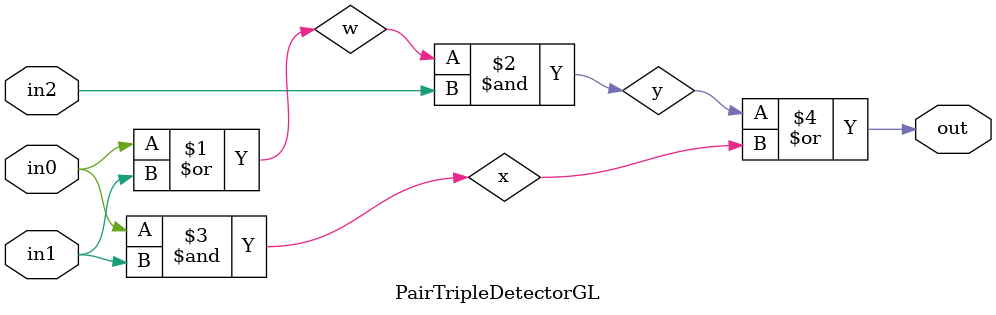
<source format=v>

`ifndef PAIR_TRIPLE_DETECTOR_GL_V
`define PAIR_TRIPLE_DETECTOR_GL_V

module PairTripleDetectorGL
(
  input  wire in0,
  input  wire in1,
  input  wire in2,
  output wire out
);

  wire w, y, x;

  or ( w,   in0, in1 );
  and( y,   w,   in2 );
  and( x,   in0, in1 );
  or ( out, y,   x );
  //''' ACTIVITY '''''''''''''''''''''''''''''''''''''''''''''''''''''''''
  // Implement pair/triple detector using explicit gate-level modeling
  //''''''''''''''''''''''''''''''''''''''''''''''''''''''''''''''''''''''

endmodule

`endif /* PAIR_TRIPLE_DETECTOR_GL_V */


</source>
